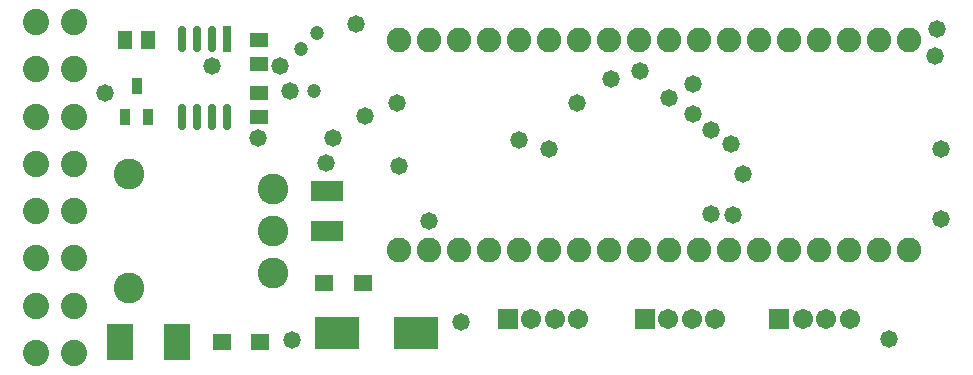
<source format=gts>
G04*
G04 #@! TF.GenerationSoftware,Altium Limited,Altium Designer,18.1.7 (191)*
G04*
G04 Layer_Color=8388736*
%FSLAX25Y25*%
%MOIN*%
G70*
G01*
G75*
%ADD13R,0.14580X0.11036*%
%ADD14R,0.10642X0.07099*%
%ADD15R,0.05918X0.04737*%
%ADD16R,0.08583X0.12008*%
%ADD17R,0.06351X0.05603*%
%ADD18R,0.03359X0.05524*%
%ADD19R,0.02800X0.08800*%
%ADD20O,0.02800X0.08800*%
%ADD21R,0.04737X0.05918*%
%ADD22C,0.04737*%
%ADD23C,0.08200*%
%ADD24C,0.08750*%
%ADD25R,0.06706X0.06706*%
%ADD26C,0.06706*%
%ADD27C,0.10249*%
%ADD28C,0.05800*%
D13*
X106496Y-109843D02*
D03*
X132874D02*
D03*
D14*
X103108Y-75984D02*
D03*
Y-62599D02*
D03*
D15*
X80472Y-37795D02*
D03*
Y-29921D02*
D03*
Y-20079D02*
D03*
Y-12205D02*
D03*
D16*
X34201Y-112992D02*
D03*
X53201D02*
D03*
D17*
X102362Y-93307D02*
D03*
X115236D02*
D03*
X80984Y-112992D02*
D03*
X68110D02*
D03*
D18*
X39764Y-27453D02*
D03*
X36024Y-37902D02*
D03*
X43504D02*
D03*
D19*
X69862Y-11803D02*
D03*
D20*
X64862D02*
D03*
Y-37803D02*
D03*
X69862D02*
D03*
X59862D02*
D03*
X54862Y-11803D02*
D03*
X59862D02*
D03*
X54862Y-37803D02*
D03*
D21*
X43701Y-12205D02*
D03*
X35827D02*
D03*
D22*
X98819Y-29134D02*
D03*
X94488Y-15354D02*
D03*
X100000Y-9843D02*
D03*
D23*
X297323Y-12205D02*
D03*
X287323D02*
D03*
X277323D02*
D03*
X267323D02*
D03*
X257323D02*
D03*
X247323D02*
D03*
X237323D02*
D03*
X227323D02*
D03*
X217323D02*
D03*
X207323D02*
D03*
X197323D02*
D03*
X187323D02*
D03*
Y-82205D02*
D03*
X197323D02*
D03*
X207323D02*
D03*
X217323D02*
D03*
X227323D02*
D03*
X237323D02*
D03*
X247323D02*
D03*
X257323D02*
D03*
X267323D02*
D03*
X277323D02*
D03*
X287323D02*
D03*
X297323D02*
D03*
X177323Y-12205D02*
D03*
X167323D02*
D03*
X157323D02*
D03*
X147323D02*
D03*
X137323D02*
D03*
X127323D02*
D03*
Y-82205D02*
D03*
X137323D02*
D03*
X147323D02*
D03*
X157323D02*
D03*
X167323D02*
D03*
X177323D02*
D03*
D24*
X18898Y-6299D02*
D03*
Y-22047D02*
D03*
Y-37795D02*
D03*
Y-53543D02*
D03*
Y-69291D02*
D03*
Y-85039D02*
D03*
Y-100787D02*
D03*
Y-116535D02*
D03*
X6300Y-6299D02*
D03*
Y-22047D02*
D03*
Y-37795D02*
D03*
Y-53543D02*
D03*
Y-69291D02*
D03*
Y-85039D02*
D03*
Y-100787D02*
D03*
Y-116535D02*
D03*
D25*
X253937Y-105118D02*
D03*
X209055D02*
D03*
X163386D02*
D03*
D26*
X261811D02*
D03*
X269685D02*
D03*
X277559D02*
D03*
X224803D02*
D03*
X216929D02*
D03*
X232677D02*
D03*
X179134D02*
D03*
X171260D02*
D03*
X187008D02*
D03*
D27*
X85039Y-75827D02*
D03*
Y-89842D02*
D03*
Y-61811D02*
D03*
X37047Y-94823D02*
D03*
Y-56831D02*
D03*
D28*
X80039Y-44756D02*
D03*
X241732Y-56949D02*
D03*
X167323Y-45669D02*
D03*
X127165Y-54331D02*
D03*
X177323Y-48425D02*
D03*
X237795Y-46850D02*
D03*
X231102Y-42126D02*
D03*
X225197Y-37008D02*
D03*
X91494Y-112205D02*
D03*
X148031Y-106299D02*
D03*
X137323Y-72441D02*
D03*
X207480Y-22441D02*
D03*
X238583Y-70472D02*
D03*
X231350Y-70205D02*
D03*
X307874Y-48482D02*
D03*
X105118Y-44882D02*
D03*
X64862Y-20866D02*
D03*
X112992Y-6919D02*
D03*
X225197Y-26772D02*
D03*
X115882Y-37402D02*
D03*
X307874Y-71788D02*
D03*
X102756Y-53150D02*
D03*
X290551Y-111811D02*
D03*
X186614Y-33071D02*
D03*
X126378D02*
D03*
X197794Y-25353D02*
D03*
X217323Y-31496D02*
D03*
X305824Y-17405D02*
D03*
X90945Y-29134D02*
D03*
X87402Y-20866D02*
D03*
X29134Y-29921D02*
D03*
X306693Y-8662D02*
D03*
M02*

</source>
